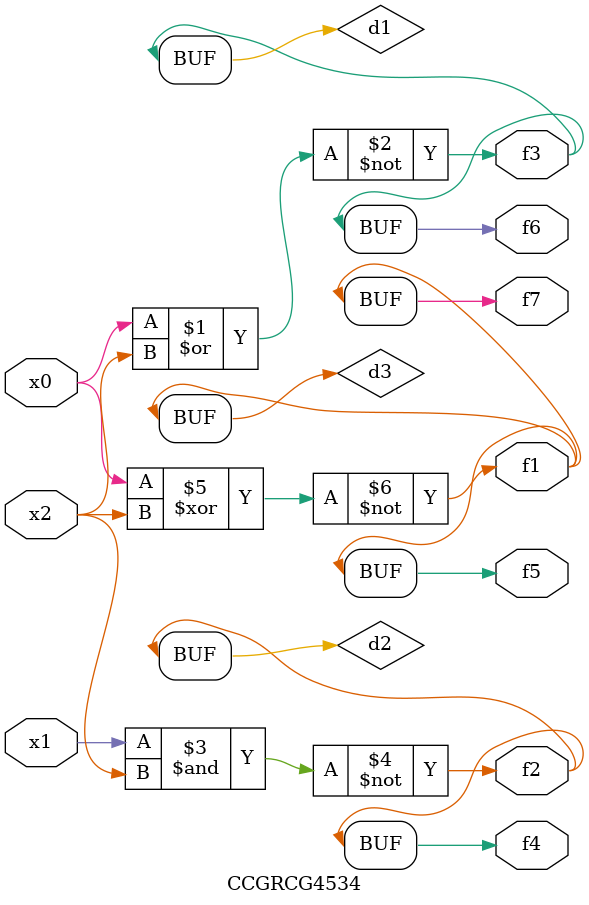
<source format=v>
module CCGRCG4534(
	input x0, x1, x2,
	output f1, f2, f3, f4, f5, f6, f7
);

	wire d1, d2, d3;

	nor (d1, x0, x2);
	nand (d2, x1, x2);
	xnor (d3, x0, x2);
	assign f1 = d3;
	assign f2 = d2;
	assign f3 = d1;
	assign f4 = d2;
	assign f5 = d3;
	assign f6 = d1;
	assign f7 = d3;
endmodule

</source>
